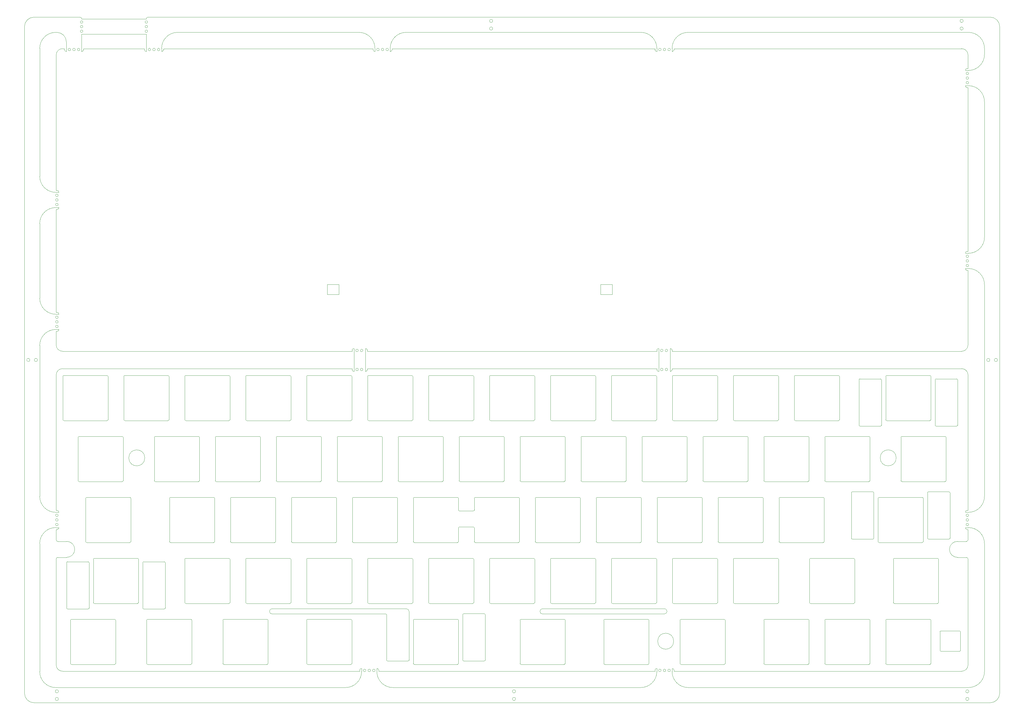
<source format=gbr>
%TF.GenerationSoftware,KiCad,Pcbnew,7.0.1*%
%TF.CreationDate,2025-02-28T05:26:20+09:00*%
%TF.ProjectId,bonyo6x_panel,626f6e79-6f36-4785-9f70-616e656c2e6b,rev?*%
%TF.SameCoordinates,Original*%
%TF.FileFunction,Profile,NP*%
%FSLAX46Y46*%
G04 Gerber Fmt 4.6, Leading zero omitted, Abs format (unit mm)*
G04 Created by KiCad (PCBNEW 7.0.1) date 2025-02-28 05:26:20*
%MOMM*%
%LPD*%
G01*
G04 APERTURE LIST*
%TA.AperFunction,Profile*%
%ADD10C,0.050000*%
%TD*%
%TA.AperFunction,Profile*%
%ADD11C,0.100000*%
%TD*%
%TA.AperFunction,Profile*%
%ADD12C,0.099100*%
%TD*%
%TA.AperFunction,Profile*%
%ADD13C,0.120000*%
%TD*%
G04 APERTURE END LIST*
D10*
X60721926Y-40481284D02*
X60626613Y-40481284D01*
X95487576Y-34528154D02*
X152162632Y-34528154D01*
D11*
X160812602Y-216603298D02*
G75*
G03*
X160512640Y-216303298I-300002J-2D01*
G01*
D10*
X57387544Y-34528154D02*
G75*
G03*
X52387544Y-39528154I-4J-4999996D01*
G01*
X247204895Y-139898555D02*
G75*
G03*
X247204895Y-139898555I-400000J0D01*
G01*
X150614189Y-133350112D02*
X150614189Y-140493868D01*
X182962548Y-193978248D02*
G75*
G03*
X183262548Y-193678242I-48J300048D01*
G01*
X342662792Y-103584492D02*
G75*
G03*
X347662792Y-98584462I8J4999992D01*
G01*
X255031460Y-34528154D02*
X342662792Y-34528154D01*
X57840674Y-89892263D02*
X57527556Y-89892263D01*
X154781380Y-139993868D02*
X154781380Y-139628278D01*
D12*
X340527548Y-234229492D02*
X250626773Y-234229492D01*
D10*
X250031460Y-139993868D02*
X250031460Y-139628278D01*
X202012548Y-193978248D02*
G75*
G03*
X202312548Y-193678242I-48J300048D01*
G01*
X183262458Y-183828242D02*
G75*
G03*
X183562548Y-184128242I300042J42D01*
G01*
X151954815Y-139898555D02*
G75*
G03*
X151954815Y-139898555I-400000J0D01*
G01*
X341709662Y-184547030D02*
X341709662Y-184451717D01*
X57527548Y-189904847D02*
X57527548Y-193128333D01*
X60837678Y-193628842D02*
X58027457Y-193628333D01*
X154781388Y-133850112D02*
G75*
G03*
X154281380Y-133350112I-499988J12D01*
G01*
X90487576Y-40481284D02*
X90582889Y-40481284D01*
X58340674Y-84534446D02*
X58340674Y-84439133D01*
X342704975Y-104525088D02*
G75*
G03*
X342704975Y-104525088I-400000J0D01*
G01*
X50625040Y-29765650D02*
X64984430Y-29765650D01*
X58145361Y-125015730D02*
G75*
G03*
X58145361Y-125015730I-400000J0D01*
G01*
X352425250Y-32765650D02*
G75*
G03*
X349425296Y-29765650I-2999950J50D01*
G01*
X188212458Y-193678242D02*
G75*
G03*
X188512548Y-193978242I300042J42D01*
G01*
X65884430Y-31301589D02*
G75*
G03*
X65884430Y-31301589I-400000J0D01*
G01*
X255031460Y-34528160D02*
G75*
G03*
X250031460Y-39528154I40J-5000040D01*
G01*
X162020449Y-40481249D02*
G75*
G03*
X162520449Y-39981284I51J499949D01*
G01*
D11*
X247650200Y-214703298D02*
X209550168Y-214703298D01*
D10*
X248645521Y-133945425D02*
G75*
G03*
X248645521Y-133945425I-400000J0D01*
G01*
X162520449Y-39616916D02*
X244673643Y-39616916D01*
X86125072Y-31301589D02*
G75*
G03*
X86125072Y-31301589I-400000J0D01*
G01*
X85725072Y-40481284D02*
X85629759Y-40481284D01*
D11*
X167512640Y-231028306D02*
X161112640Y-231028306D01*
D10*
X341709662Y-189309534D02*
X342662792Y-189309534D01*
X65884430Y-32742215D02*
G75*
G03*
X65884430Y-32742215I-400000J0D01*
G01*
X57387544Y-189309534D02*
X58340674Y-189309534D01*
X57527548Y-141628292D02*
X57527548Y-183951717D01*
X157217319Y-233958009D02*
G75*
G03*
X157217319Y-233958009I-400000J0D01*
G01*
D12*
X342527408Y-141628292D02*
G75*
G03*
X340527548Y-139629492I-1999908J-1108D01*
G01*
D10*
X150018876Y-139629492D02*
X59531300Y-139629492D01*
X250031460Y-233362696D02*
X250126773Y-233362696D01*
X58340667Y-84439133D02*
G75*
G03*
X57840674Y-83939133I-499967J33D01*
G01*
X347662766Y-194309534D02*
G75*
G03*
X342662792Y-189309534I-4999966J34D01*
G01*
X333737158Y-227788314D02*
X333737158Y-221818314D01*
D12*
X57527556Y-122039165D02*
X57527556Y-89892263D01*
D10*
X58340674Y-184547030D02*
X57387544Y-184547030D01*
X342527556Y-108942279D02*
X342527556Y-132218116D01*
X245268956Y-133850112D02*
X245268956Y-134215702D01*
D11*
X191312640Y-231028340D02*
G75*
G03*
X191612640Y-230728306I60J299940D01*
G01*
D10*
X85725072Y-30265650D02*
X85725072Y-30360963D01*
X57840674Y-183951717D02*
X57527548Y-183951717D01*
D12*
X150018876Y-134216916D02*
X59527556Y-134216916D01*
D10*
X249436147Y-140493868D02*
X249531460Y-140493868D01*
X245268946Y-39528154D02*
G75*
G03*
X240268956Y-34528154I-4999846J154D01*
G01*
X347662792Y-113346966D02*
X347662792Y-179547030D01*
X86225072Y-29765672D02*
G75*
G03*
X85725072Y-30265650I28J-500028D01*
G01*
X245173643Y-233362643D02*
G75*
G03*
X244673643Y-233862696I57J-500057D01*
G01*
X339213548Y-198628842D02*
X342027457Y-198628333D01*
X245864269Y-133350112D02*
X245768956Y-133350112D01*
X342704975Y-50256292D02*
G75*
G03*
X342704975Y-50256292I-400000J0D01*
G01*
X57840674Y-122039165D02*
X57527556Y-122039165D01*
X341019036Y-33337528D02*
G75*
G03*
X341019036Y-33337528I-500000J0D01*
G01*
X157757945Y-234315826D02*
X157757945Y-233362696D01*
X245268956Y-39528154D02*
X245268956Y-40481284D01*
X188212548Y-180178242D02*
X188212548Y-183828242D01*
X150018876Y-133850112D02*
X150018876Y-134216916D01*
X52387544Y-79534446D02*
X52387544Y-39528154D01*
X340157158Y-221818314D02*
X340157158Y-227788314D01*
X246609582Y-39885971D02*
G75*
G03*
X246609582Y-39885971I-400000J0D01*
G01*
X342704975Y-105965714D02*
G75*
G03*
X342704975Y-105965714I-400000J0D01*
G01*
X244673616Y-39981284D02*
G75*
G03*
X245173643Y-40481284I499984J-16D01*
G01*
X188512548Y-179878248D02*
G75*
G03*
X188212548Y-180178242I-48J-299952D01*
G01*
X59527556Y-39616916D02*
X60126613Y-39616916D01*
X341709662Y-108346966D02*
X342662792Y-108346966D01*
X65484450Y-30265650D02*
G75*
G03*
X64984430Y-29765650I-500050J-50D01*
G01*
X250031474Y-234315826D02*
G75*
G03*
X255031460Y-239315826I5000026J26D01*
G01*
X245768956Y-133350156D02*
G75*
G03*
X245268956Y-133850112I-56J-499944D01*
G01*
X91082889Y-39616916D02*
X156567319Y-39616916D01*
X342209662Y-102989162D02*
G75*
G03*
X341709662Y-103489149I38J-500038D01*
G01*
X58340674Y-84534446D02*
X57387544Y-84534446D01*
X65484430Y-30360963D02*
X85725072Y-30360963D01*
D12*
X342527584Y-41615716D02*
G75*
G03*
X340527556Y-39616916I-1999984J-1184D01*
G01*
D10*
X60126616Y-39981284D02*
G75*
G03*
X60626613Y-40481284I499984J-16D01*
G01*
X58145361Y-186928282D02*
G75*
G03*
X58145361Y-186928282I-400000J0D01*
G01*
X347662834Y-113346966D02*
G75*
G03*
X342662792Y-108346966I-5000034J-34D01*
G01*
X341709662Y-103584462D02*
X341709662Y-103489149D01*
X57840674Y-127992274D02*
G75*
G03*
X58340674Y-127492295I26J499974D01*
G01*
X57840674Y-89892274D02*
G75*
G03*
X58340674Y-89392263I26J499974D01*
G01*
X150614189Y-140493868D02*
X150518876Y-140493868D01*
X49315666Y-136921990D02*
G75*
G03*
X49315666Y-136921990I-500000J0D01*
G01*
D11*
X160512640Y-216303298D02*
X125015722Y-216303298D01*
D10*
X341709662Y-108346966D02*
X341709662Y-108442279D01*
X50625040Y-29765650D02*
G75*
G03*
X47625040Y-32765650I110J-3000110D01*
G01*
X250626804Y-233862696D02*
G75*
G03*
X250126773Y-233362696I-500004J-4D01*
G01*
D12*
X340527556Y-134216856D02*
G75*
G03*
X342527556Y-132218116I-56J2000056D01*
G01*
D10*
X159943884Y-39885971D02*
G75*
G03*
X159943884Y-39885971I-400000J0D01*
G01*
D11*
X320075078Y-167528992D02*
G75*
G03*
X320075078Y-167528992I-2500000J0D01*
G01*
D10*
X333937158Y-221618358D02*
G75*
G03*
X333737158Y-221818314I-58J-199942D01*
G01*
X182962548Y-179878242D02*
X169462548Y-179878242D01*
X87065698Y-39885971D02*
G75*
G03*
X87065698Y-39885971I-400000J0D01*
G01*
X245864269Y-133350112D02*
X245864269Y-140493868D01*
X245268956Y-139993868D02*
X245268956Y-139628278D01*
X60837678Y-198628838D02*
G75*
G03*
X60837678Y-193628842I2J2499998D01*
G01*
X152400128Y-234229492D02*
X59527548Y-234229492D01*
X349425296Y-29765650D02*
X86225072Y-29765650D01*
X58340674Y-122634478D02*
X57387544Y-122634478D01*
D12*
X58027639Y-198628348D02*
G75*
G03*
X57527548Y-199128333I-139J-499952D01*
G01*
D10*
X202312458Y-180178242D02*
G75*
G03*
X202012548Y-179878242I-299958J42D01*
G01*
X188512548Y-193978242D02*
X202012548Y-193978242D01*
X57387544Y-89296950D02*
X58340674Y-89296950D01*
D12*
X342527556Y-41615716D02*
X342527556Y-45839101D01*
D10*
X60126613Y-39981284D02*
X60126613Y-39616916D01*
X162520449Y-39981284D02*
X162520449Y-39616916D01*
X157757874Y-234315826D02*
G75*
G03*
X162757945Y-239315826I5000026J26D01*
G01*
X244673643Y-234229492D02*
X158353258Y-234229492D01*
X342662792Y-103584462D02*
X341709662Y-103584462D01*
X157757945Y-233362696D02*
X157853258Y-233362696D01*
X183562548Y-189128248D02*
G75*
G03*
X183262548Y-189428242I-48J-299952D01*
G01*
X342527556Y-51792231D02*
X342527556Y-102989149D01*
D12*
X57527584Y-132218116D02*
G75*
G03*
X59527556Y-134216916I2000016J1216D01*
G01*
D10*
X85129816Y-39981284D02*
G75*
G03*
X85629759Y-40481284I499984J-16D01*
G01*
X250031460Y-40481284D02*
X250031460Y-39528154D01*
X341709662Y-51196918D02*
X342662792Y-51196918D01*
X245268956Y-233362696D02*
X245173643Y-233362696D01*
X161925136Y-39528154D02*
X161925136Y-40481284D01*
X342027639Y-193628248D02*
G75*
G03*
X342527548Y-193128333I-39J499948D01*
G01*
D11*
X125015722Y-214703302D02*
G75*
G03*
X125015722Y-216303298I78J-799998D01*
G01*
D10*
X250031460Y-139628278D02*
X340527548Y-139629492D01*
X58340674Y-89296950D02*
X58340674Y-89392263D01*
X183562548Y-184128242D02*
X187912548Y-184128242D01*
X188212548Y-189428242D02*
X188212548Y-193678242D01*
X90582889Y-40481289D02*
G75*
G03*
X91082889Y-39981284I11J499989D01*
G01*
X57840674Y-83939133D02*
X57527556Y-83939133D01*
X183262548Y-189428242D02*
X183262548Y-193678242D01*
X152995441Y-233362696D02*
X152900128Y-233362696D01*
X342527498Y-141628292D02*
X342527548Y-183951717D01*
D11*
X209550168Y-216303298D02*
X247650200Y-216303298D01*
D10*
X52387544Y-234315826D02*
X52387544Y-194309534D01*
X52387550Y-179547030D02*
G75*
G03*
X57387544Y-184547030I4999990J-10D01*
G01*
X88506324Y-39885971D02*
G75*
G03*
X88506324Y-39885971I-400000J0D01*
G01*
X342704975Y-185487656D02*
G75*
G03*
X342704975Y-185487656I-400000J0D01*
G01*
X342209662Y-108942279D02*
X342527556Y-108942279D01*
D11*
X184912640Y-216228306D02*
X191312640Y-216228306D01*
D10*
X47624970Y-241078330D02*
G75*
G03*
X50625040Y-244078330I3000030J30D01*
G01*
X58245361Y-242887704D02*
G75*
G03*
X58245361Y-242887704I-500000J0D01*
G01*
X341019036Y-30956276D02*
G75*
G03*
X341019036Y-30956276I-500000J0D01*
G01*
X147995441Y-239315841D02*
G75*
G03*
X152995441Y-234315826I-41J5000041D01*
G01*
X342209662Y-102989149D02*
X342527556Y-102989149D01*
X57387544Y-127396984D02*
G75*
G03*
X52387544Y-132396982I-4J-4999996D01*
G01*
X58145361Y-88356324D02*
G75*
G03*
X58145361Y-88356324I-400000J0D01*
G01*
X86125072Y-32742215D02*
G75*
G03*
X86125072Y-32742215I-400000J0D01*
G01*
X351734670Y-136921990D02*
G75*
G03*
X351734670Y-136921990I-500000J0D01*
G01*
X349353418Y-136921990D02*
G75*
G03*
X349353418Y-136921990I-500000J0D01*
G01*
X250626773Y-39981284D02*
X250626773Y-39616916D01*
X157162646Y-39528154D02*
G75*
G03*
X152162632Y-34528154I-5000046J-46D01*
G01*
X58145361Y-123575104D02*
G75*
G03*
X58145361Y-123575104I-400000J0D01*
G01*
X57527567Y-193128333D02*
G75*
G03*
X58027457Y-193628333I500033J33D01*
G01*
X153395441Y-133945425D02*
G75*
G03*
X153395441Y-133945425I-400000J0D01*
G01*
D12*
X59527556Y-39616856D02*
G75*
G03*
X57527556Y-41615716I44J-2000044D01*
G01*
D11*
X160812640Y-230728306D02*
X160812640Y-216603298D01*
D10*
X250626773Y-233862696D02*
X250626773Y-234229492D01*
X60721926Y-37528154D02*
X60721926Y-40481284D01*
X339957158Y-227988314D02*
X333937158Y-227988314D01*
X250626773Y-39616916D02*
X340527556Y-39616916D01*
X85725072Y-35123467D02*
X85725072Y-40481284D01*
X152995441Y-233362696D02*
X152995441Y-234315826D01*
X58340674Y-184547030D02*
X58340674Y-184451717D01*
X154186067Y-133350112D02*
X154281380Y-133350112D01*
X246609582Y-233958009D02*
G75*
G03*
X246609582Y-233958009I-400000J0D01*
G01*
X153395441Y-139898555D02*
G75*
G03*
X153395441Y-139898555I-400000J0D01*
G01*
D11*
X191612594Y-216528306D02*
G75*
G03*
X191312640Y-216228306I-299994J6D01*
G01*
D10*
X58245361Y-240506452D02*
G75*
G03*
X58245361Y-240506452I-500000J0D01*
G01*
X57387544Y-89296944D02*
G75*
G03*
X52387544Y-94296950I6J-5000006D01*
G01*
X247204895Y-133945425D02*
G75*
G03*
X247204895Y-133945425I-400000J0D01*
G01*
X248050208Y-233958009D02*
G75*
G03*
X248050208Y-233958009I-400000J0D01*
G01*
X158353204Y-233862696D02*
G75*
G03*
X157853258Y-233362696I-499904J96D01*
G01*
X248050208Y-39885971D02*
G75*
G03*
X248050208Y-39885971I-400000J0D01*
G01*
X250031488Y-133850112D02*
G75*
G03*
X249531460Y-133350112I-499988J12D01*
G01*
X156567316Y-39981284D02*
G75*
G03*
X157067319Y-40481284I499984J-16D01*
G01*
X341709669Y-51292231D02*
G75*
G03*
X342209662Y-51792231I500031J31D01*
G01*
X245864269Y-140493868D02*
X245768956Y-140493868D01*
X154336067Y-233958009D02*
G75*
G03*
X154336067Y-233958009I-400000J0D01*
G01*
X62062552Y-39885971D02*
G75*
G03*
X62062552Y-39885971I-400000J0D01*
G01*
X65484430Y-35123467D02*
X85725072Y-35123467D01*
X65579743Y-40481243D02*
G75*
G03*
X66079743Y-39981284I57J499943D01*
G01*
X342704975Y-48815666D02*
G75*
G03*
X342704975Y-48815666I-400000J0D01*
G01*
X183562548Y-189128242D02*
X187912548Y-189128242D01*
X169462548Y-179878248D02*
G75*
G03*
X169162548Y-180178242I-48J-299952D01*
G01*
X244673643Y-233862696D02*
X244673643Y-234229492D01*
D12*
X340527548Y-234229548D02*
G75*
G03*
X342527548Y-232230692I-48J2000048D01*
G01*
D10*
X155776693Y-233958009D02*
G75*
G03*
X155776693Y-233958009I-400000J0D01*
G01*
X64943804Y-39885971D02*
G75*
G03*
X64943804Y-39885971I-400000J0D01*
G01*
X342662792Y-184547030D02*
X341709662Y-184547030D01*
X342209662Y-183951717D02*
G75*
G03*
X341709717Y-184451717I38J-499983D01*
G01*
X154781380Y-134215702D02*
X245268956Y-134215702D01*
D11*
X250526948Y-224830192D02*
G75*
G03*
X250526948Y-224830192I-2500000J0D01*
G01*
D10*
X187912548Y-184128248D02*
G75*
G03*
X188212548Y-183828242I-48J300048D01*
G01*
X249490834Y-233958009D02*
G75*
G03*
X249490834Y-233958009I-400000J0D01*
G01*
X342662792Y-239315792D02*
G75*
G03*
X347662792Y-234315826I8J4999992D01*
G01*
X57527556Y-127992295D02*
X57527556Y-132218116D01*
X342662792Y-46434392D02*
G75*
G03*
X347662792Y-41434414I8J4999992D01*
G01*
X347662782Y-56196918D02*
G75*
G03*
X342662792Y-51196918I-4999982J18D01*
G01*
D11*
X209550168Y-214703302D02*
G75*
G03*
X209550168Y-216303298I32J-799998D01*
G01*
D10*
X347662846Y-39528154D02*
G75*
G03*
X342662792Y-34528154I-5000046J-46D01*
G01*
X52387544Y-117634478D02*
X52387544Y-94296950D01*
X154186067Y-133350112D02*
X154186067Y-140493868D01*
X342527548Y-193128333D02*
X342527548Y-189904847D01*
X151954815Y-133945425D02*
G75*
G03*
X151954815Y-133945425I-400000J0D01*
G01*
X150614189Y-133350112D02*
X150518876Y-133350112D01*
X152400128Y-233862696D02*
X152400128Y-234229492D01*
X150018876Y-139993868D02*
X150018876Y-139629492D01*
X249436147Y-133350112D02*
X249436147Y-140493868D01*
X240268956Y-239315826D02*
X162757945Y-239315826D01*
X161925136Y-40481284D02*
X162020449Y-40481284D01*
X58145361Y-188368908D02*
G75*
G03*
X58145361Y-188368908I-400000J0D01*
G01*
X66079743Y-39981284D02*
X66079743Y-39616916D01*
X250031460Y-134215702D02*
X340527556Y-134216916D01*
D12*
X57527548Y-232230692D02*
X57527548Y-199128333D01*
D10*
X193976725Y-30956276D02*
G75*
G03*
X193976725Y-30956276I-500000J0D01*
G01*
X340157186Y-221818314D02*
G75*
G03*
X339957158Y-221618314I-199986J14D01*
G01*
D11*
X184912640Y-216228340D02*
G75*
G03*
X184612640Y-216528306I60J-300060D01*
G01*
D10*
X347662792Y-194309534D02*
X347662792Y-234315826D01*
D11*
X191612640Y-216528306D02*
X191612640Y-230728306D01*
D10*
X245268956Y-233362696D02*
X245268956Y-234315826D01*
X341709621Y-108442279D02*
G75*
G03*
X342209662Y-108942279I500079J79D01*
G01*
X60837678Y-198628842D02*
X58027639Y-198628333D01*
D11*
X184612640Y-230728306D02*
X184612640Y-216528306D01*
D10*
X250126773Y-40481273D02*
G75*
G03*
X250626773Y-39981284I27J499973D01*
G01*
X333937158Y-221618314D02*
X339957158Y-221618314D01*
X249490834Y-39885971D02*
G75*
G03*
X249490834Y-39885971I-400000J0D01*
G01*
X65484430Y-35123467D02*
X65484430Y-40481284D01*
X341709662Y-46434414D02*
X341709662Y-46339101D01*
X65884430Y-34182841D02*
G75*
G03*
X65884430Y-34182841I-400000J0D01*
G01*
X183262458Y-180178242D02*
G75*
G03*
X182962548Y-179878242I-299958J42D01*
G01*
X86125072Y-34182841D02*
G75*
G03*
X86125072Y-34182841I-400000J0D01*
G01*
D11*
X167512640Y-231028340D02*
G75*
G03*
X167812640Y-230728306I60J299940D01*
G01*
X191312640Y-231028306D02*
X184912640Y-231028306D01*
D10*
X202312548Y-193678242D02*
X202312548Y-180178242D01*
X161384510Y-39885971D02*
G75*
G03*
X161384510Y-39885971I-400000J0D01*
G01*
X342209662Y-189904847D02*
X342527548Y-189904847D01*
X249531460Y-140493860D02*
G75*
G03*
X250031460Y-139993868I40J499960D01*
G01*
X342704975Y-188368908D02*
G75*
G03*
X342704975Y-188368908I-400000J0D01*
G01*
X150518876Y-133350076D02*
G75*
G03*
X150018876Y-133850112I24J-500024D01*
G01*
X57387544Y-189309534D02*
G75*
G03*
X52387544Y-194309534I-4J-4999996D01*
G01*
X244673643Y-39981284D02*
X244673643Y-39616916D01*
X245269032Y-139993868D02*
G75*
G03*
X245768956Y-140493868I500068J68D01*
G01*
X65484430Y-30265650D02*
X65484430Y-30360963D01*
X51696918Y-136921990D02*
G75*
G03*
X51696918Y-136921990I-500000J0D01*
G01*
X57840674Y-127992295D02*
X57527556Y-127992295D01*
X183262548Y-183828242D02*
X183262548Y-180178242D01*
D11*
X184612594Y-230728306D02*
G75*
G03*
X184912640Y-231028306I300006J6D01*
G01*
D10*
X52387544Y-234315826D02*
G75*
G03*
X57387544Y-239315826I4999996J-4D01*
G01*
X342704975Y-47375040D02*
G75*
G03*
X342704975Y-47375040I-400000J0D01*
G01*
X85129759Y-39981284D02*
X85129759Y-39616916D01*
D11*
X167812602Y-215503298D02*
G75*
G03*
X167012640Y-214703298I-800002J-2D01*
G01*
D10*
X52387542Y-117634478D02*
G75*
G03*
X57387544Y-122634478I4999998J-2D01*
G01*
X169162458Y-193678242D02*
G75*
G03*
X169462548Y-193978242I300042J42D01*
G01*
X342662792Y-239315826D02*
X255031460Y-239315826D01*
X245268956Y-40481284D02*
X245173643Y-40481284D01*
X58145361Y-185487656D02*
G75*
G03*
X58145361Y-185487656I-400000J0D01*
G01*
D12*
X57527508Y-232230692D02*
G75*
G03*
X59527548Y-234229492I1999992J1192D01*
G01*
D10*
X347662792Y-56196918D02*
X347662792Y-98584462D01*
X341709662Y-51196918D02*
X341709662Y-51292231D01*
X158503258Y-39885971D02*
G75*
G03*
X158503258Y-39885971I-400000J0D01*
G01*
X169462548Y-193978242D02*
X182962548Y-193978242D01*
X157162632Y-40481284D02*
X157067319Y-40481284D01*
X150018832Y-139993868D02*
G75*
G03*
X150518876Y-140493868I500068J68D01*
G01*
X156567319Y-39981284D02*
X156567319Y-39616916D01*
X333737186Y-227788314D02*
G75*
G03*
X333937158Y-227988314I200014J14D01*
G01*
D11*
X167812640Y-215503298D02*
X167812640Y-230728306D01*
D10*
X58340735Y-122539165D02*
G75*
G03*
X57840674Y-122039165I-500035J-35D01*
G01*
X90487576Y-39528154D02*
X90487576Y-40481284D01*
X188212458Y-189428242D02*
G75*
G03*
X187912548Y-189128242I-299958J42D01*
G01*
X58145361Y-126456356D02*
G75*
G03*
X58145361Y-126456356I-400000J0D01*
G01*
X201120481Y-240506452D02*
G75*
G03*
X201120481Y-240506452I-500000J0D01*
G01*
X339213548Y-193628842D02*
X342027639Y-193628333D01*
D12*
X59527548Y-139629548D02*
G75*
G03*
X57527548Y-141628292I-48J-1999952D01*
G01*
D10*
X342804975Y-242887704D02*
G75*
G03*
X342804975Y-242887704I-500000J0D01*
G01*
X342209662Y-183951717D02*
X342527548Y-183951717D01*
X341709653Y-189404847D02*
G75*
G03*
X342209662Y-189904847I500047J47D01*
G01*
X339213548Y-193628758D02*
G75*
G03*
X339213548Y-198628842I-48J-2500042D01*
G01*
X57527556Y-83939133D02*
X57527556Y-41615716D01*
X339957158Y-227988358D02*
G75*
G03*
X340157158Y-227788314I-58J200058D01*
G01*
X58340674Y-127396982D02*
X58340674Y-127492295D01*
X250031460Y-40481284D02*
X250126773Y-40481284D01*
D12*
X342527567Y-199128333D02*
G75*
G03*
X342027457Y-198628333I-499967J33D01*
G01*
D10*
X342662792Y-184546992D02*
G75*
G03*
X347662792Y-179547030I8J4999992D01*
G01*
X154781380Y-139628278D02*
X245268956Y-139628278D01*
X248645521Y-139898555D02*
G75*
G03*
X248645521Y-139898555I-400000J0D01*
G01*
X342209662Y-51792231D02*
X342527556Y-51792231D01*
X58340674Y-189309534D02*
X58340674Y-189404847D01*
X166925136Y-34528236D02*
G75*
G03*
X161925136Y-39528154I64J-5000064D01*
G01*
X57387544Y-127396982D02*
X58340674Y-127396982D01*
X52387544Y-79534446D02*
G75*
G03*
X57387544Y-84534446I4999996J-4D01*
G01*
X347662792Y-39528154D02*
X347662792Y-41434414D01*
X95487576Y-34528176D02*
G75*
G03*
X90487576Y-39528154I24J-5000024D01*
G01*
D12*
X342527548Y-199128333D02*
X342527548Y-232230692D01*
D10*
X240268956Y-239315756D02*
G75*
G03*
X245268956Y-234315826I44J4999956D01*
G01*
X349425296Y-244078396D02*
G75*
G03*
X352425296Y-241078330I-96J3000096D01*
G01*
X58145361Y-86915698D02*
G75*
G03*
X58145361Y-86915698I-400000J0D01*
G01*
X154781380Y-133850112D02*
X154781380Y-134215702D01*
X342662792Y-46434414D02*
X341709662Y-46434414D01*
X58340674Y-122634478D02*
X58340674Y-122539165D01*
X157162632Y-39528154D02*
X157162632Y-40481284D01*
X57387544Y-34528154D02*
X57721926Y-34528154D01*
X193976725Y-33337528D02*
G75*
G03*
X193976725Y-33337528I-500000J0D01*
G01*
X342704975Y-186928282D02*
G75*
G03*
X342704975Y-186928282I-400000J0D01*
G01*
X342704975Y-107406340D02*
G75*
G03*
X342704975Y-107406340I-400000J0D01*
G01*
X58145361Y-85475072D02*
G75*
G03*
X58145361Y-85475072I-400000J0D01*
G01*
X341709662Y-189309534D02*
X341709662Y-189404847D01*
X52387544Y-179547030D02*
X52387544Y-132396982D01*
X250031460Y-234315826D02*
X250031460Y-233362696D01*
X65484430Y-40481284D02*
X65579743Y-40481284D01*
X166925136Y-34528154D02*
X240268956Y-34528154D01*
X147995441Y-239315826D02*
X57387544Y-239315826D01*
X249436147Y-133350112D02*
X249531460Y-133350112D01*
X63503178Y-39885971D02*
G75*
G03*
X63503178Y-39885971I-400000J0D01*
G01*
X57840674Y-189904774D02*
G75*
G03*
X58340674Y-189404847I26J499974D01*
G01*
X60721946Y-37528154D02*
G75*
G03*
X57721926Y-34528154I-3000046J-46D01*
G01*
X58340683Y-184451717D02*
G75*
G03*
X57840674Y-183951717I-499983J17D01*
G01*
X169162548Y-180178242D02*
X169162548Y-193678242D01*
D11*
X85225778Y-167528992D02*
G75*
G03*
X85225778Y-167528992I-2500000J0D01*
G01*
D12*
X85129759Y-39616916D02*
X66079743Y-39616916D01*
D11*
X160812594Y-230728306D02*
G75*
G03*
X161112640Y-231028306I300006J6D01*
G01*
D10*
X202012548Y-179878242D02*
X188512548Y-179878242D01*
X91082889Y-39981284D02*
X91082889Y-39616916D01*
D11*
X125015722Y-214703298D02*
X167012640Y-214703298D01*
D10*
X152900128Y-233362728D02*
G75*
G03*
X152400128Y-233862696I-28J-499972D01*
G01*
X342209662Y-45839101D02*
X342527556Y-45839101D01*
X250031460Y-133850112D02*
X250031460Y-134215702D01*
X352425296Y-241078330D02*
X352425296Y-32765650D01*
D11*
X247650200Y-216303302D02*
G75*
G03*
X247650200Y-214703298I100J800002D01*
G01*
D10*
X89946950Y-39885971D02*
G75*
G03*
X89946950Y-39885971I-400000J0D01*
G01*
X342209662Y-45839162D02*
G75*
G03*
X341709662Y-46339101I-62J-499938D01*
G01*
X342804975Y-240506452D02*
G75*
G03*
X342804975Y-240506452I-500000J0D01*
G01*
X154281380Y-140493880D02*
G75*
G03*
X154781380Y-139993868I20J499980D01*
G01*
X47625040Y-32765650D02*
X47625040Y-241078330D01*
X154186067Y-140493868D02*
X154281380Y-140493868D01*
X201120481Y-242887704D02*
G75*
G03*
X201120481Y-242887704I-500000J0D01*
G01*
X57840674Y-189904847D02*
X57527548Y-189904847D01*
X158353258Y-233862696D02*
X158353258Y-234229492D01*
X50625040Y-244078330D02*
X349425296Y-244078330D01*
%TO.C,SW51*%
X250125216Y-212728298D02*
X250125216Y-199228298D01*
X250425216Y-198928298D02*
X263925216Y-198928298D01*
X263925216Y-213028298D02*
X250425216Y-213028298D01*
X264225216Y-199228298D02*
X264225216Y-212728298D01*
X250425216Y-198928298D02*
G75*
G03*
X250125216Y-199228298I0J-300000D01*
G01*
X250125216Y-212728298D02*
G75*
G03*
X250425216Y-213028298I300000J0D01*
G01*
X264225216Y-199228298D02*
G75*
G03*
X263925216Y-198928298I-300000J0D01*
G01*
X263925216Y-213028298D02*
G75*
G03*
X264225216Y-212728298I0J300000D01*
G01*
%TO.C,SW42*%
X60800064Y-214478242D02*
X60800064Y-200278242D01*
X61100064Y-199978242D02*
X67500064Y-199978242D01*
X67500064Y-214778242D02*
X61100064Y-214778242D01*
X67800064Y-200278242D02*
X67800064Y-214478242D01*
X69150064Y-212728242D02*
X69150064Y-199228242D01*
X69450064Y-198928242D02*
X82950064Y-198928242D01*
X82950064Y-213028242D02*
X69450064Y-213028242D01*
X83250064Y-199228242D02*
X83250064Y-212728242D01*
X84600064Y-200278242D02*
X84600064Y-214478242D01*
X84900064Y-214778242D02*
X91300064Y-214778242D01*
X91300064Y-199978242D02*
X84900064Y-199978242D01*
X91600064Y-214478242D02*
X91600064Y-200278242D01*
X61100064Y-199978242D02*
G75*
G03*
X60800064Y-200278242I0J-300000D01*
G01*
X60800064Y-214478242D02*
G75*
G03*
X61100064Y-214778242I300000J0D01*
G01*
X67800064Y-200278242D02*
G75*
G03*
X67500064Y-199978242I-300000J0D01*
G01*
X67500064Y-214778242D02*
G75*
G03*
X67800064Y-214478242I0J300000D01*
G01*
X69450064Y-198928242D02*
G75*
G03*
X69150064Y-199228242I0J-300000D01*
G01*
X69150064Y-212728242D02*
G75*
G03*
X69450064Y-213028242I300000J0D01*
G01*
X83250064Y-199228242D02*
G75*
G03*
X82950064Y-198928242I-300000J0D01*
G01*
X82950064Y-213028242D02*
G75*
G03*
X83250064Y-212728242I0J300000D01*
G01*
X84900064Y-199978242D02*
G75*
G03*
X84600064Y-200278242I0J-300000D01*
G01*
X84600064Y-214478242D02*
G75*
G03*
X84900064Y-214778242I300000J0D01*
G01*
X91600064Y-200278242D02*
G75*
G03*
X91300064Y-199978242I-300000J0D01*
G01*
X91300064Y-214778242D02*
G75*
G03*
X91600064Y-214478242I0J300000D01*
G01*
%TO.C,SW62*%
X252506460Y-231778306D02*
X252506460Y-218278306D01*
X252806460Y-217978306D02*
X266306460Y-217978306D01*
X266306460Y-232078306D02*
X252806460Y-232078306D01*
X266606460Y-218278306D02*
X266606460Y-231778306D01*
X252806460Y-217978306D02*
G75*
G03*
X252506460Y-218278306I0J-300000D01*
G01*
X252506460Y-231778306D02*
G75*
G03*
X252806460Y-232078306I300000J0D01*
G01*
X266606460Y-218278306D02*
G75*
G03*
X266306460Y-217978306I-300000J0D01*
G01*
X266306460Y-232078306D02*
G75*
G03*
X266606460Y-231778306I0J300000D01*
G01*
%TO.C,SW15*%
X64387548Y-174628242D02*
X64387548Y-161128242D01*
X64687548Y-160828242D02*
X78187548Y-160828242D01*
X78187548Y-174928242D02*
X64687548Y-174928242D01*
X78487548Y-161128242D02*
X78487548Y-174628242D01*
X64687548Y-160828242D02*
G75*
G03*
X64387548Y-161128242I0J-300000D01*
G01*
X64387548Y-174628242D02*
G75*
G03*
X64687548Y-174928242I300000J0D01*
G01*
X78487548Y-161128242D02*
G75*
G03*
X78187548Y-160828242I-300000J0D01*
G01*
X78187548Y-174928242D02*
G75*
G03*
X78487548Y-174628242I0J300000D01*
G01*
%TO.C,SW28*%
X335662548Y-161128242D02*
X335662548Y-174628242D01*
X335362548Y-174928242D02*
X321862548Y-174928242D01*
X321862548Y-160828242D02*
X335362548Y-160828242D01*
X321562548Y-174628242D02*
X321562548Y-161128242D01*
X335362548Y-174928242D02*
G75*
G03*
X335662548Y-174628242I0J300000D01*
G01*
X335662548Y-161128242D02*
G75*
G03*
X335362548Y-160828242I-300000J0D01*
G01*
X321562548Y-174628242D02*
G75*
G03*
X321862548Y-174928242I300000J0D01*
G01*
X321862548Y-160828242D02*
G75*
G03*
X321562548Y-161128242I0J-300000D01*
G01*
%TO.C,SW18*%
X126300048Y-174628242D02*
X126300048Y-161128242D01*
X126600048Y-160828242D02*
X140100048Y-160828242D01*
X140100048Y-174928242D02*
X126600048Y-174928242D01*
X140400048Y-161128242D02*
X140400048Y-174628242D01*
X126600048Y-160828242D02*
G75*
G03*
X126300048Y-161128242I0J-300000D01*
G01*
X126300048Y-174628242D02*
G75*
G03*
X126600048Y-174928242I300000J0D01*
G01*
X140400048Y-161128242D02*
G75*
G03*
X140100048Y-160828242I-300000J0D01*
G01*
X140100048Y-174928242D02*
G75*
G03*
X140400048Y-174628242I0J300000D01*
G01*
%TO.C,SW40*%
X283462548Y-193678242D02*
X283462548Y-180178242D01*
X283762548Y-179878242D02*
X297262548Y-179878242D01*
X297262548Y-193978242D02*
X283762548Y-193978242D01*
X297562548Y-180178242D02*
X297562548Y-193678242D01*
X283762548Y-179878242D02*
G75*
G03*
X283462548Y-180178242I0J-300000D01*
G01*
X283462548Y-193678242D02*
G75*
G03*
X283762548Y-193978242I300000J0D01*
G01*
X297562548Y-180178242D02*
G75*
G03*
X297262548Y-179878242I-300000J0D01*
G01*
X297262548Y-193978242D02*
G75*
G03*
X297562548Y-193678242I0J300000D01*
G01*
%TO.C,SW54*%
X319181298Y-212728242D02*
X319181298Y-199228242D01*
X319481298Y-198928242D02*
X332981298Y-198928242D01*
X332981298Y-213028242D02*
X319481298Y-213028242D01*
X333281298Y-199228242D02*
X333281298Y-212728242D01*
X319481298Y-198928242D02*
G75*
G03*
X319181298Y-199228242I0J-300000D01*
G01*
X319181298Y-212728242D02*
G75*
G03*
X319481298Y-213028242I300000J0D01*
G01*
X333281298Y-199228242D02*
G75*
G03*
X332981298Y-198928242I-300000J0D01*
G01*
X332981298Y-213028242D02*
G75*
G03*
X333281298Y-212728242I0J300000D01*
G01*
%TO.C,SW22*%
X202500048Y-174628242D02*
X202500048Y-161128242D01*
X202800048Y-160828242D02*
X216300048Y-160828242D01*
X216300048Y-174928242D02*
X202800048Y-174928242D01*
X216600048Y-161128242D02*
X216600048Y-174628242D01*
X202800048Y-160828242D02*
G75*
G03*
X202500048Y-161128242I0J-300000D01*
G01*
X202500048Y-174628242D02*
G75*
G03*
X202800048Y-174928242I300000J0D01*
G01*
X216600048Y-161128242D02*
G75*
G03*
X216300048Y-160828242I-300000J0D01*
G01*
X216300048Y-174928242D02*
G75*
G03*
X216600048Y-174628242I0J300000D01*
G01*
%TO.C,SW7*%
X173925048Y-155578242D02*
X173925048Y-142078242D01*
X174225048Y-141778242D02*
X187725048Y-141778242D01*
X187725048Y-155878242D02*
X174225048Y-155878242D01*
X188025048Y-142078242D02*
X188025048Y-155578242D01*
X174225048Y-141778242D02*
G75*
G03*
X173925048Y-142078242I0J-300000D01*
G01*
X173925048Y-155578242D02*
G75*
G03*
X174225048Y-155878242I300000J0D01*
G01*
X188025048Y-142078242D02*
G75*
G03*
X187725048Y-141778242I-300000J0D01*
G01*
X187725048Y-155878242D02*
G75*
G03*
X188025048Y-155578242I0J300000D01*
G01*
%TO.C,SW45*%
X135825120Y-212728242D02*
X135825120Y-199228242D01*
X136125120Y-198928242D02*
X149625120Y-198928242D01*
X149625120Y-213028242D02*
X136125120Y-213028242D01*
X149925120Y-199228242D02*
X149925120Y-212728242D01*
X136125120Y-198928242D02*
G75*
G03*
X135825120Y-199228242I0J-300000D01*
G01*
X135825120Y-212728242D02*
G75*
G03*
X136125120Y-213028242I300000J0D01*
G01*
X149925120Y-199228242D02*
G75*
G03*
X149625120Y-198928242I-300000J0D01*
G01*
X149625120Y-213028242D02*
G75*
G03*
X149925120Y-212728242I0J300000D01*
G01*
%TO.C,SW50*%
X231075200Y-212728298D02*
X231075200Y-199228298D01*
X231375200Y-198928298D02*
X244875200Y-198928298D01*
X244875200Y-213028298D02*
X231375200Y-213028298D01*
X245175200Y-199228298D02*
X245175200Y-212728298D01*
X231375200Y-198928298D02*
G75*
G03*
X231075200Y-199228298I0J-300000D01*
G01*
X231075200Y-212728298D02*
G75*
G03*
X231375200Y-213028298I300000J0D01*
G01*
X245175200Y-199228298D02*
G75*
G03*
X244875200Y-198928298I-300000J0D01*
G01*
X244875200Y-213028298D02*
G75*
G03*
X245175200Y-212728298I0J300000D01*
G01*
%TO.C,SW8*%
X192975048Y-155578242D02*
X192975048Y-142078242D01*
X193275048Y-141778242D02*
X206775048Y-141778242D01*
X206775048Y-155878242D02*
X193275048Y-155878242D01*
X207075048Y-142078242D02*
X207075048Y-155578242D01*
X193275048Y-141778242D02*
G75*
G03*
X192975048Y-142078242I0J-300000D01*
G01*
X192975048Y-155578242D02*
G75*
G03*
X193275048Y-155878242I300000J0D01*
G01*
X207075048Y-142078242D02*
G75*
G03*
X206775048Y-141778242I-300000J0D01*
G01*
X206775048Y-155878242D02*
G75*
G03*
X207075048Y-155578242I0J300000D01*
G01*
%TO.C,SW21*%
X183450048Y-174628242D02*
X183450048Y-161128242D01*
X183750048Y-160828242D02*
X197250048Y-160828242D01*
X197250048Y-174928242D02*
X183750048Y-174928242D01*
X197550048Y-161128242D02*
X197550048Y-174628242D01*
X183750048Y-160828242D02*
G75*
G03*
X183450048Y-161128242I0J-300000D01*
G01*
X183450048Y-174628242D02*
G75*
G03*
X183750048Y-174928242I300000J0D01*
G01*
X197550048Y-161128242D02*
G75*
G03*
X197250048Y-160828242I-300000J0D01*
G01*
X197250048Y-174928242D02*
G75*
G03*
X197550048Y-174628242I0J300000D01*
G01*
%TO.C,SW14*%
X308450048Y-157328242D02*
X308450048Y-143128242D01*
X308750048Y-142828242D02*
X315150048Y-142828242D01*
X315150048Y-157628242D02*
X308750048Y-157628242D01*
X315450048Y-143128242D02*
X315450048Y-157328242D01*
X316800048Y-155578242D02*
X316800048Y-142078242D01*
X317100048Y-141778242D02*
X330600048Y-141778242D01*
X330600048Y-155878242D02*
X317100048Y-155878242D01*
X330900048Y-142078242D02*
X330900048Y-155578242D01*
X332250048Y-143128242D02*
X332250048Y-157328242D01*
X332550048Y-157628242D02*
X338950048Y-157628242D01*
X338950048Y-142828242D02*
X332550048Y-142828242D01*
X339250048Y-157328242D02*
X339250048Y-143128242D01*
X308750048Y-142828242D02*
G75*
G03*
X308450048Y-143128242I0J-300000D01*
G01*
X308450048Y-157328242D02*
G75*
G03*
X308750048Y-157628242I300000J0D01*
G01*
X315450048Y-143128242D02*
G75*
G03*
X315150048Y-142828242I-300000J0D01*
G01*
X315150048Y-157628242D02*
G75*
G03*
X315450048Y-157328242I0J300000D01*
G01*
X317100048Y-141778242D02*
G75*
G03*
X316800048Y-142078242I0J-300000D01*
G01*
X316800048Y-155578242D02*
G75*
G03*
X317100048Y-155878242I300000J0D01*
G01*
X330900048Y-142078242D02*
G75*
G03*
X330600048Y-141778242I-300000J0D01*
G01*
X330600048Y-155878242D02*
G75*
G03*
X330900048Y-155578242I0J300000D01*
G01*
X332550048Y-142828242D02*
G75*
G03*
X332250048Y-143128242I0J-300000D01*
G01*
X332250048Y-157328242D02*
G75*
G03*
X332550048Y-157628242I300000J0D01*
G01*
X339250048Y-143128242D02*
G75*
G03*
X338950048Y-142828242I-300000J0D01*
G01*
X338950048Y-157628242D02*
G75*
G03*
X339250048Y-157328242I0J300000D01*
G01*
%TO.C,SW43*%
X97725088Y-212728298D02*
X97725088Y-199228298D01*
X98025088Y-198928298D02*
X111525088Y-198928298D01*
X111525088Y-213028298D02*
X98025088Y-213028298D01*
X111825088Y-199228298D02*
X111825088Y-212728298D01*
X98025088Y-198928298D02*
G75*
G03*
X97725088Y-199228298I0J-300000D01*
G01*
X97725088Y-212728298D02*
G75*
G03*
X98025088Y-213028298I300000J0D01*
G01*
X111825088Y-199228298D02*
G75*
G03*
X111525088Y-198928298I-300000J0D01*
G01*
X111525088Y-213028298D02*
G75*
G03*
X111825088Y-212728298I0J300000D01*
G01*
%TO.C,SW11*%
X250125048Y-155578242D02*
X250125048Y-142078242D01*
X250425048Y-141778242D02*
X263925048Y-141778242D01*
X263925048Y-155878242D02*
X250425048Y-155878242D01*
X264225048Y-142078242D02*
X264225048Y-155578242D01*
X250425048Y-141778242D02*
G75*
G03*
X250125048Y-142078242I0J-300000D01*
G01*
X250125048Y-155578242D02*
G75*
G03*
X250425048Y-155878242I300000J0D01*
G01*
X264225048Y-142078242D02*
G75*
G03*
X263925048Y-141778242I-300000J0D01*
G01*
X263925048Y-155878242D02*
G75*
G03*
X264225048Y-155578242I0J300000D01*
G01*
%TO.C,SW6*%
X154875048Y-155578242D02*
X154875048Y-142078242D01*
X155175048Y-141778242D02*
X168675048Y-141778242D01*
X168675048Y-155878242D02*
X155175048Y-155878242D01*
X168975048Y-142078242D02*
X168975048Y-155578242D01*
X155175048Y-141778242D02*
G75*
G03*
X154875048Y-142078242I0J-300000D01*
G01*
X154875048Y-155578242D02*
G75*
G03*
X155175048Y-155878242I300000J0D01*
G01*
X168975048Y-142078242D02*
G75*
G03*
X168675048Y-141778242I-300000J0D01*
G01*
X168675048Y-155878242D02*
G75*
G03*
X168975048Y-155578242I0J300000D01*
G01*
%TO.C,SW60*%
X202500168Y-231778306D02*
X202500168Y-218278306D01*
X202800168Y-217978306D02*
X216300168Y-217978306D01*
X216300168Y-232078306D02*
X202800168Y-232078306D01*
X216600168Y-218278306D02*
X216600168Y-231778306D01*
X202800168Y-217978306D02*
G75*
G03*
X202500168Y-218278306I0J-300000D01*
G01*
X202500168Y-231778306D02*
G75*
G03*
X202800168Y-232078306I300000J0D01*
G01*
X216600168Y-218278306D02*
G75*
G03*
X216300168Y-217978306I-300000J0D01*
G01*
X216300168Y-232078306D02*
G75*
G03*
X216600168Y-231778306I0J300000D01*
G01*
%TO.C,SW13*%
X288225048Y-155578242D02*
X288225048Y-142078242D01*
X288525048Y-141778242D02*
X302025048Y-141778242D01*
X302025048Y-155878242D02*
X288525048Y-155878242D01*
X302325048Y-142078242D02*
X302325048Y-155578242D01*
X288525048Y-141778242D02*
G75*
G03*
X288225048Y-142078242I0J-300000D01*
G01*
X288225048Y-155578242D02*
G75*
G03*
X288525048Y-155878242I300000J0D01*
G01*
X302325048Y-142078242D02*
G75*
G03*
X302025048Y-141778242I-300000J0D01*
G01*
X302025048Y-155878242D02*
G75*
G03*
X302325048Y-155578242I0J300000D01*
G01*
%TO.C,SW52*%
X269175232Y-212728242D02*
X269175232Y-199228242D01*
X269475232Y-198928242D02*
X282975232Y-198928242D01*
X282975232Y-213028242D02*
X269475232Y-213028242D01*
X283275232Y-199228242D02*
X283275232Y-212728242D01*
X269475232Y-198928242D02*
G75*
G03*
X269175232Y-199228242I0J-300000D01*
G01*
X269175232Y-212728242D02*
G75*
G03*
X269475232Y-213028242I300000J0D01*
G01*
X283275232Y-199228242D02*
G75*
G03*
X282975232Y-198928242I-300000J0D01*
G01*
X282975232Y-213028242D02*
G75*
G03*
X283275232Y-212728242I0J300000D01*
G01*
%TO.C,SW49*%
X212025184Y-212728298D02*
X212025184Y-199228298D01*
X212325184Y-198928298D02*
X225825184Y-198928298D01*
X225825184Y-213028298D02*
X212325184Y-213028298D01*
X226125184Y-199228298D02*
X226125184Y-212728298D01*
X212325184Y-198928298D02*
G75*
G03*
X212025184Y-199228298I0J-300000D01*
G01*
X212025184Y-212728298D02*
G75*
G03*
X212325184Y-213028298I300000J0D01*
G01*
X226125184Y-199228298D02*
G75*
G03*
X225825184Y-198928298I-300000J0D01*
G01*
X225825184Y-213028298D02*
G75*
G03*
X226125184Y-212728298I0J300000D01*
G01*
%TO.C,SW23*%
X221550048Y-174628242D02*
X221550048Y-161128242D01*
X221850048Y-160828242D02*
X235350048Y-160828242D01*
X235350048Y-174928242D02*
X221850048Y-174928242D01*
X235650048Y-161128242D02*
X235650048Y-174628242D01*
X221850048Y-160828242D02*
G75*
G03*
X221550048Y-161128242I0J-300000D01*
G01*
X221550048Y-174628242D02*
G75*
G03*
X221850048Y-174928242I300000J0D01*
G01*
X235650048Y-161128242D02*
G75*
G03*
X235350048Y-160828242I-300000J0D01*
G01*
X235350048Y-174928242D02*
G75*
G03*
X235650048Y-174628242I0J300000D01*
G01*
%TO.C,SW9*%
X212025048Y-155578242D02*
X212025048Y-142078242D01*
X212325048Y-141778242D02*
X225825048Y-141778242D01*
X225825048Y-155878242D02*
X212325048Y-155878242D01*
X226125048Y-142078242D02*
X226125048Y-155578242D01*
X212325048Y-141778242D02*
G75*
G03*
X212025048Y-142078242I0J-300000D01*
G01*
X212025048Y-155578242D02*
G75*
G03*
X212325048Y-155878242I300000J0D01*
G01*
X226125048Y-142078242D02*
G75*
G03*
X225825048Y-141778242I-300000J0D01*
G01*
X225825048Y-155878242D02*
G75*
G03*
X226125048Y-155578242I0J300000D01*
G01*
%TO.C,SW37*%
X226312548Y-193678242D02*
X226312548Y-180178242D01*
X226612548Y-179878242D02*
X240112548Y-179878242D01*
X240112548Y-193978242D02*
X226612548Y-193978242D01*
X240412548Y-180178242D02*
X240412548Y-193678242D01*
X226612548Y-179878242D02*
G75*
G03*
X226312548Y-180178242I0J-300000D01*
G01*
X226312548Y-193678242D02*
G75*
G03*
X226612548Y-193978242I300000J0D01*
G01*
X240412548Y-180178242D02*
G75*
G03*
X240112548Y-179878242I-300000J0D01*
G01*
X240112548Y-193978242D02*
G75*
G03*
X240412548Y-193678242I0J300000D01*
G01*
%TO.C,SW2*%
X92775048Y-142078242D02*
X92775048Y-155578242D01*
X92475048Y-155878242D02*
X78975048Y-155878242D01*
X78975048Y-141778242D02*
X92475048Y-141778242D01*
X78675048Y-155578242D02*
X78675048Y-142078242D01*
X92475048Y-155878242D02*
G75*
G03*
X92775048Y-155578242I0J300000D01*
G01*
X92775048Y-142078242D02*
G75*
G03*
X92475048Y-141778242I-300000J0D01*
G01*
X78675048Y-155578242D02*
G75*
G03*
X78975048Y-155878242I300000J0D01*
G01*
X78975048Y-141778242D02*
G75*
G03*
X78675048Y-142078242I0J-300000D01*
G01*
%TO.C,SW4*%
X116775048Y-155578242D02*
X116775048Y-142078242D01*
X117075048Y-141778242D02*
X130575048Y-141778242D01*
X130575048Y-155878242D02*
X117075048Y-155878242D01*
X130875048Y-142078242D02*
X130875048Y-155578242D01*
X117075048Y-141778242D02*
G75*
G03*
X116775048Y-142078242I0J-300000D01*
G01*
X116775048Y-155578242D02*
G75*
G03*
X117075048Y-155878242I300000J0D01*
G01*
X130875048Y-142078242D02*
G75*
G03*
X130575048Y-141778242I-300000J0D01*
G01*
X130575048Y-155878242D02*
G75*
G03*
X130875048Y-155578242I0J300000D01*
G01*
%TO.C,SW53*%
X292987548Y-212728242D02*
X292987548Y-199228242D01*
X293287548Y-198928242D02*
X306787548Y-198928242D01*
X306787548Y-213028242D02*
X293287548Y-213028242D01*
X307087548Y-199228242D02*
X307087548Y-212728242D01*
X293287548Y-198928242D02*
G75*
G03*
X292987548Y-199228242I0J-300000D01*
G01*
X292987548Y-212728242D02*
G75*
G03*
X293287548Y-213028242I300000J0D01*
G01*
X307087548Y-199228242D02*
G75*
G03*
X306787548Y-198928242I-300000J0D01*
G01*
X306787548Y-213028242D02*
G75*
G03*
X307087548Y-212728242I0J300000D01*
G01*
%TO.C,SW64*%
X297750248Y-231778306D02*
X297750248Y-218278306D01*
X298050248Y-217978306D02*
X311550248Y-217978306D01*
X311550248Y-232078306D02*
X298050248Y-232078306D01*
X311850248Y-218278306D02*
X311850248Y-231778306D01*
X298050248Y-217978306D02*
G75*
G03*
X297750248Y-218278306I0J-300000D01*
G01*
X297750248Y-231778306D02*
G75*
G03*
X298050248Y-232078306I300000J0D01*
G01*
X311850248Y-218278306D02*
G75*
G03*
X311550248Y-217978306I-300000J0D01*
G01*
X311550248Y-232078306D02*
G75*
G03*
X311850248Y-231778306I0J300000D01*
G01*
%TO.C,SW41*%
X336868798Y-178428242D02*
X336868798Y-192628242D01*
X336568798Y-192928242D02*
X330168798Y-192928242D01*
X330168798Y-178128242D02*
X336568798Y-178128242D01*
X329868798Y-192628242D02*
X329868798Y-178428242D01*
X328518798Y-180178242D02*
X328518798Y-193678242D01*
X328218798Y-193978242D02*
X314718798Y-193978242D01*
X314718798Y-179878242D02*
X328218798Y-179878242D01*
X314418798Y-193678242D02*
X314418798Y-180178242D01*
X313068798Y-192628242D02*
X313068798Y-178428242D01*
X312768798Y-178128242D02*
X306368798Y-178128242D01*
X306368798Y-192928242D02*
X312768798Y-192928242D01*
X306068798Y-178428242D02*
X306068798Y-192628242D01*
X336568798Y-192928242D02*
G75*
G03*
X336868798Y-192628242I0J300000D01*
G01*
X336868798Y-178428242D02*
G75*
G03*
X336568798Y-178128242I-300000J0D01*
G01*
X329868798Y-192628242D02*
G75*
G03*
X330168798Y-192928242I300000J0D01*
G01*
X330168798Y-178128242D02*
G75*
G03*
X329868798Y-178428242I0J-300000D01*
G01*
X328218798Y-193978242D02*
G75*
G03*
X328518798Y-193678242I0J300000D01*
G01*
X328518798Y-180178242D02*
G75*
G03*
X328218798Y-179878242I-300000J0D01*
G01*
X314418798Y-193678242D02*
G75*
G03*
X314718798Y-193978242I300000J0D01*
G01*
X314718798Y-179878242D02*
G75*
G03*
X314418798Y-180178242I0J-300000D01*
G01*
X312768798Y-192928242D02*
G75*
G03*
X313068798Y-192628242I0J300000D01*
G01*
X313068798Y-178428242D02*
G75*
G03*
X312768798Y-178128242I-300000J0D01*
G01*
X306068798Y-192628242D02*
G75*
G03*
X306368798Y-192928242I300000J0D01*
G01*
X306368798Y-178128242D02*
G75*
G03*
X306068798Y-178428242I0J-300000D01*
G01*
%TO.C,SW10*%
X231075048Y-155578242D02*
X231075048Y-142078242D01*
X231375048Y-141778242D02*
X244875048Y-141778242D01*
X244875048Y-155878242D02*
X231375048Y-155878242D01*
X245175048Y-142078242D02*
X245175048Y-155578242D01*
X231375048Y-141778242D02*
G75*
G03*
X231075048Y-142078242I0J-300000D01*
G01*
X231075048Y-155578242D02*
G75*
G03*
X231375048Y-155878242I300000J0D01*
G01*
X245175048Y-142078242D02*
G75*
G03*
X244875048Y-141778242I-300000J0D01*
G01*
X244875048Y-155878242D02*
G75*
G03*
X245175048Y-155578242I0J300000D01*
G01*
%TO.C,SW56*%
X85818798Y-231778242D02*
X85818798Y-218278242D01*
X86118798Y-217978242D02*
X99618798Y-217978242D01*
X99618798Y-232078242D02*
X86118798Y-232078242D01*
X99918798Y-218278242D02*
X99918798Y-231778242D01*
X86118798Y-217978242D02*
G75*
G03*
X85818798Y-218278242I0J-300000D01*
G01*
X85818798Y-231778242D02*
G75*
G03*
X86118798Y-232078242I300000J0D01*
G01*
X99918798Y-218278242D02*
G75*
G03*
X99618798Y-217978242I-300000J0D01*
G01*
X99618798Y-232078242D02*
G75*
G03*
X99918798Y-231778242I0J300000D01*
G01*
%TO.C,SW30*%
X92962548Y-193678274D02*
X92962548Y-180178274D01*
X93262548Y-179878274D02*
X106762548Y-179878274D01*
X106762548Y-193978274D02*
X93262548Y-193978274D01*
X107062548Y-180178274D02*
X107062548Y-193678274D01*
X93262548Y-179878274D02*
G75*
G03*
X92962548Y-180178274I0J-300000D01*
G01*
X92962548Y-193678274D02*
G75*
G03*
X93262548Y-193978274I300000J0D01*
G01*
X107062548Y-180178274D02*
G75*
G03*
X106762548Y-179878274I-300000J0D01*
G01*
X106762548Y-193978274D02*
G75*
G03*
X107062548Y-193678274I0J300000D01*
G01*
%TO.C,SW33*%
X150112548Y-193678242D02*
X150112548Y-180178242D01*
X150412548Y-179878242D02*
X163912548Y-179878242D01*
X163912548Y-193978242D02*
X150412548Y-193978242D01*
X164212548Y-180178242D02*
X164212548Y-193678242D01*
X150412548Y-179878242D02*
G75*
G03*
X150112548Y-180178242I0J-300000D01*
G01*
X150112548Y-193678242D02*
G75*
G03*
X150412548Y-193978242I300000J0D01*
G01*
X164212548Y-180178242D02*
G75*
G03*
X163912548Y-179878242I-300000J0D01*
G01*
X163912548Y-193978242D02*
G75*
G03*
X164212548Y-193678242I0J300000D01*
G01*
%TO.C,SW31*%
X112012548Y-193678242D02*
X112012548Y-180178242D01*
X112312548Y-179878242D02*
X125812548Y-179878242D01*
X125812548Y-193978242D02*
X112312548Y-193978242D01*
X126112548Y-180178242D02*
X126112548Y-193678242D01*
X112312548Y-179878242D02*
G75*
G03*
X112012548Y-180178242I0J-300000D01*
G01*
X112012548Y-193678242D02*
G75*
G03*
X112312548Y-193978242I300000J0D01*
G01*
X126112548Y-180178242D02*
G75*
G03*
X125812548Y-179878242I-300000J0D01*
G01*
X125812548Y-193978242D02*
G75*
G03*
X126112548Y-193678242I0J300000D01*
G01*
%TO.C,SW46*%
X154875136Y-212728298D02*
X154875136Y-199228298D01*
X155175136Y-198928298D02*
X168675136Y-198928298D01*
X168675136Y-213028298D02*
X155175136Y-213028298D01*
X168975136Y-199228298D02*
X168975136Y-212728298D01*
X155175136Y-198928298D02*
G75*
G03*
X154875136Y-199228298I0J-300000D01*
G01*
X154875136Y-212728298D02*
G75*
G03*
X155175136Y-213028298I300000J0D01*
G01*
X168975136Y-199228298D02*
G75*
G03*
X168675136Y-198928298I-300000J0D01*
G01*
X168675136Y-213028298D02*
G75*
G03*
X168975136Y-212728298I0J300000D01*
G01*
%TO.C,SW55*%
X62006298Y-231778242D02*
X62006298Y-218278242D01*
X62306298Y-217978242D02*
X75806298Y-217978242D01*
X75806298Y-232078242D02*
X62306298Y-232078242D01*
X76106298Y-218278242D02*
X76106298Y-231778242D01*
X62306298Y-217978242D02*
G75*
G03*
X62006298Y-218278242I0J-300000D01*
G01*
X62006298Y-231778242D02*
G75*
G03*
X62306298Y-232078242I300000J0D01*
G01*
X76106298Y-218278242D02*
G75*
G03*
X75806298Y-217978242I-300000J0D01*
G01*
X75806298Y-232078242D02*
G75*
G03*
X76106298Y-231778242I0J300000D01*
G01*
%TO.C,SW48*%
X192975168Y-212728242D02*
X192975168Y-199228242D01*
X193275168Y-198928242D02*
X206775168Y-198928242D01*
X206775168Y-213028242D02*
X193275168Y-213028242D01*
X207075168Y-199228242D02*
X207075168Y-212728242D01*
X193275168Y-198928242D02*
G75*
G03*
X192975168Y-199228242I0J-300000D01*
G01*
X192975168Y-212728242D02*
G75*
G03*
X193275168Y-213028242I300000J0D01*
G01*
X207075168Y-199228242D02*
G75*
G03*
X206775168Y-198928242I-300000J0D01*
G01*
X206775168Y-213028242D02*
G75*
G03*
X207075168Y-212728242I0J300000D01*
G01*
%TO.C,SW16*%
X88200048Y-174628242D02*
X88200048Y-161128242D01*
X88500048Y-160828242D02*
X102000048Y-160828242D01*
X102000048Y-174928242D02*
X88500048Y-174928242D01*
X102300048Y-161128242D02*
X102300048Y-174628242D01*
X88500048Y-160828242D02*
G75*
G03*
X88200048Y-161128242I0J-300000D01*
G01*
X88200048Y-174628242D02*
G75*
G03*
X88500048Y-174928242I300000J0D01*
G01*
X102300048Y-161128242D02*
G75*
G03*
X102000048Y-160828242I-300000J0D01*
G01*
X102000048Y-174928242D02*
G75*
G03*
X102300048Y-174628242I0J300000D01*
G01*
%TO.C,SW24*%
X240600048Y-174628242D02*
X240600048Y-161128242D01*
X240900048Y-160828242D02*
X254400048Y-160828242D01*
X254400048Y-174928242D02*
X240900048Y-174928242D01*
X254700048Y-161128242D02*
X254700048Y-174628242D01*
X240900048Y-160828242D02*
G75*
G03*
X240600048Y-161128242I0J-300000D01*
G01*
X240600048Y-174628242D02*
G75*
G03*
X240900048Y-174928242I300000J0D01*
G01*
X254700048Y-161128242D02*
G75*
G03*
X254400048Y-160828242I-300000J0D01*
G01*
X254400048Y-174928242D02*
G75*
G03*
X254700048Y-174628242I0J300000D01*
G01*
%TO.C,SW60*%
X169162640Y-231778306D02*
X169162640Y-218278306D01*
X169462640Y-217978306D02*
X182962640Y-217978306D01*
X182962640Y-232078306D02*
X169462640Y-232078306D01*
X183262640Y-218278306D02*
X183262640Y-231778306D01*
X169462640Y-217978306D02*
G75*
G03*
X169162640Y-218278306I0J-300000D01*
G01*
X169162640Y-231778306D02*
G75*
G03*
X169462640Y-232078306I300000J0D01*
G01*
X183262640Y-218278306D02*
G75*
G03*
X182962640Y-217978306I-300000J0D01*
G01*
X182962640Y-232078306D02*
G75*
G03*
X183262640Y-231778306I0J300000D01*
G01*
%TO.C,SW57*%
X109631298Y-231778242D02*
X109631298Y-218278242D01*
X109931298Y-217978242D02*
X123431298Y-217978242D01*
X123431298Y-232078242D02*
X109931298Y-232078242D01*
X123731298Y-218278242D02*
X123731298Y-231778242D01*
X109931298Y-217978242D02*
G75*
G03*
X109631298Y-218278242I0J-300000D01*
G01*
X109631298Y-231778242D02*
G75*
G03*
X109931298Y-232078242I300000J0D01*
G01*
X123731298Y-218278242D02*
G75*
G03*
X123431298Y-217978242I-300000J0D01*
G01*
X123431298Y-232078242D02*
G75*
G03*
X123731298Y-231778242I0J300000D01*
G01*
%TO.C,SW26*%
X278700048Y-174628242D02*
X278700048Y-161128242D01*
X279000048Y-160828242D02*
X292500048Y-160828242D01*
X292500048Y-174928242D02*
X279000048Y-174928242D01*
X292800048Y-161128242D02*
X292800048Y-174628242D01*
X279000048Y-160828242D02*
G75*
G03*
X278700048Y-161128242I0J-300000D01*
G01*
X278700048Y-174628242D02*
G75*
G03*
X279000048Y-174928242I300000J0D01*
G01*
X292800048Y-161128242D02*
G75*
G03*
X292500048Y-160828242I-300000J0D01*
G01*
X292500048Y-174928242D02*
G75*
G03*
X292800048Y-174628242I0J300000D01*
G01*
%TO.C,SW58*%
X135825112Y-231778306D02*
X135825112Y-218278306D01*
X136125112Y-217978306D02*
X149625112Y-217978306D01*
X149625112Y-232078306D02*
X136125112Y-232078306D01*
X149925112Y-218278306D02*
X149925112Y-231778306D01*
X136125112Y-217978306D02*
G75*
G03*
X135825112Y-218278306I0J-300000D01*
G01*
X135825112Y-231778306D02*
G75*
G03*
X136125112Y-232078306I300000J0D01*
G01*
X149925112Y-218278306D02*
G75*
G03*
X149625112Y-217978306I-300000J0D01*
G01*
X149625112Y-232078306D02*
G75*
G03*
X149925112Y-231778306I0J300000D01*
G01*
%TO.C,SW5*%
X135825048Y-155578242D02*
X135825048Y-142078242D01*
X136125048Y-141778242D02*
X149625048Y-141778242D01*
X149625048Y-155878242D02*
X136125048Y-155878242D01*
X149925048Y-142078242D02*
X149925048Y-155578242D01*
X136125048Y-141778242D02*
G75*
G03*
X135825048Y-142078242I0J-300000D01*
G01*
X135825048Y-155578242D02*
G75*
G03*
X136125048Y-155878242I300000J0D01*
G01*
X149925048Y-142078242D02*
G75*
G03*
X149625048Y-141778242I-300000J0D01*
G01*
X149625048Y-155878242D02*
G75*
G03*
X149925048Y-155578242I0J300000D01*
G01*
%TO.C,SW65*%
X316800264Y-231778242D02*
X316800264Y-218278242D01*
X317100264Y-217978242D02*
X330600264Y-217978242D01*
X330600264Y-232078242D02*
X317100264Y-232078242D01*
X330900264Y-218278242D02*
X330900264Y-231778242D01*
X317100264Y-217978242D02*
G75*
G03*
X316800264Y-218278242I0J-300000D01*
G01*
X316800264Y-231778242D02*
G75*
G03*
X317100264Y-232078242I300000J0D01*
G01*
X330900264Y-218278242D02*
G75*
G03*
X330600264Y-217978242I-300000J0D01*
G01*
X330600264Y-232078242D02*
G75*
G03*
X330900264Y-231778242I0J300000D01*
G01*
%TO.C,SW44*%
X116775104Y-212728298D02*
X116775104Y-199228298D01*
X117075104Y-198928298D02*
X130575104Y-198928298D01*
X130575104Y-213028298D02*
X117075104Y-213028298D01*
X130875104Y-199228298D02*
X130875104Y-212728298D01*
X117075104Y-198928298D02*
G75*
G03*
X116775104Y-199228298I0J-300000D01*
G01*
X116775104Y-212728298D02*
G75*
G03*
X117075104Y-213028298I300000J0D01*
G01*
X130875104Y-199228298D02*
G75*
G03*
X130575104Y-198928298I-300000J0D01*
G01*
X130575104Y-213028298D02*
G75*
G03*
X130875104Y-212728298I0J300000D01*
G01*
%TO.C,SW12*%
X269175048Y-155578242D02*
X269175048Y-142078242D01*
X269475048Y-141778242D02*
X282975048Y-141778242D01*
X282975048Y-155878242D02*
X269475048Y-155878242D01*
X283275048Y-142078242D02*
X283275048Y-155578242D01*
X269475048Y-141778242D02*
G75*
G03*
X269175048Y-142078242I0J-300000D01*
G01*
X269175048Y-155578242D02*
G75*
G03*
X269475048Y-155878242I300000J0D01*
G01*
X283275048Y-142078242D02*
G75*
G03*
X282975048Y-141778242I-300000J0D01*
G01*
X282975048Y-155878242D02*
G75*
G03*
X283275048Y-155578242I0J300000D01*
G01*
%TO.C,SW47*%
X173925152Y-212728242D02*
X173925152Y-199228242D01*
X174225152Y-198928242D02*
X187725152Y-198928242D01*
X187725152Y-213028242D02*
X174225152Y-213028242D01*
X188025152Y-199228242D02*
X188025152Y-212728242D01*
X174225152Y-198928242D02*
G75*
G03*
X173925152Y-199228242I0J-300000D01*
G01*
X173925152Y-212728242D02*
G75*
G03*
X174225152Y-213028242I300000J0D01*
G01*
X188025152Y-199228242D02*
G75*
G03*
X187725152Y-198928242I-300000J0D01*
G01*
X187725152Y-213028242D02*
G75*
G03*
X188025152Y-212728242I0J300000D01*
G01*
%TO.C,SW63*%
X278700232Y-231778306D02*
X278700232Y-218278306D01*
X279000232Y-217978306D02*
X292500232Y-217978306D01*
X292500232Y-232078306D02*
X279000232Y-232078306D01*
X292800232Y-218278306D02*
X292800232Y-231778306D01*
X279000232Y-217978306D02*
G75*
G03*
X278700232Y-218278306I0J-300000D01*
G01*
X278700232Y-231778306D02*
G75*
G03*
X279000232Y-232078306I300000J0D01*
G01*
X292800232Y-218278306D02*
G75*
G03*
X292500232Y-217978306I-300000J0D01*
G01*
X292500232Y-232078306D02*
G75*
G03*
X292800232Y-231778306I0J300000D01*
G01*
%TO.C,SW32*%
X131062548Y-193678242D02*
X131062548Y-180178242D01*
X131362548Y-179878242D02*
X144862548Y-179878242D01*
X144862548Y-193978242D02*
X131362548Y-193978242D01*
X145162548Y-180178242D02*
X145162548Y-193678242D01*
X131362548Y-179878242D02*
G75*
G03*
X131062548Y-180178242I0J-300000D01*
G01*
X131062548Y-193678242D02*
G75*
G03*
X131362548Y-193978242I300000J0D01*
G01*
X145162548Y-180178242D02*
G75*
G03*
X144862548Y-179878242I-300000J0D01*
G01*
X144862548Y-193978242D02*
G75*
G03*
X145162548Y-193678242I0J300000D01*
G01*
%TO.C,SW61*%
X228693940Y-231778306D02*
X228693940Y-218278306D01*
X228993940Y-217978306D02*
X242493940Y-217978306D01*
X242493940Y-232078306D02*
X228993940Y-232078306D01*
X242793940Y-218278306D02*
X242793940Y-231778306D01*
X228993940Y-217978306D02*
G75*
G03*
X228693940Y-218278306I0J-300000D01*
G01*
X228693940Y-231778306D02*
G75*
G03*
X228993940Y-232078306I300000J0D01*
G01*
X242793940Y-218278306D02*
G75*
G03*
X242493940Y-217978306I-300000J0D01*
G01*
X242493940Y-232078306D02*
G75*
G03*
X242793940Y-231778306I0J300000D01*
G01*
%TO.C,SW20*%
X164400048Y-174628242D02*
X164400048Y-161128242D01*
X164700048Y-160828242D02*
X178200048Y-160828242D01*
X178200048Y-174928242D02*
X164700048Y-174928242D01*
X178500048Y-161128242D02*
X178500048Y-174628242D01*
X164700048Y-160828242D02*
G75*
G03*
X164400048Y-161128242I0J-300000D01*
G01*
X164400048Y-174628242D02*
G75*
G03*
X164700048Y-174928242I300000J0D01*
G01*
X178500048Y-161128242D02*
G75*
G03*
X178200048Y-160828242I-300000J0D01*
G01*
X178200048Y-174928242D02*
G75*
G03*
X178500048Y-174628242I0J300000D01*
G01*
%TO.C,SW39*%
X264412548Y-193678242D02*
X264412548Y-180178242D01*
X264712548Y-179878242D02*
X278212548Y-179878242D01*
X278212548Y-193978242D02*
X264712548Y-193978242D01*
X278512548Y-180178242D02*
X278512548Y-193678242D01*
X264712548Y-179878242D02*
G75*
G03*
X264412548Y-180178242I0J-300000D01*
G01*
X264412548Y-193678242D02*
G75*
G03*
X264712548Y-193978242I300000J0D01*
G01*
X278512548Y-180178242D02*
G75*
G03*
X278212548Y-179878242I-300000J0D01*
G01*
X278212548Y-193978242D02*
G75*
G03*
X278512548Y-193678242I0J300000D01*
G01*
%TO.C,SW19*%
X145350048Y-174628242D02*
X145350048Y-161128242D01*
X145650048Y-160828242D02*
X159150048Y-160828242D01*
X159150048Y-174928242D02*
X145650048Y-174928242D01*
X159450048Y-161128242D02*
X159450048Y-174628242D01*
X145650048Y-160828242D02*
G75*
G03*
X145350048Y-161128242I0J-300000D01*
G01*
X145350048Y-174628242D02*
G75*
G03*
X145650048Y-174928242I300000J0D01*
G01*
X159450048Y-161128242D02*
G75*
G03*
X159150048Y-160828242I-300000J0D01*
G01*
X159150048Y-174928242D02*
G75*
G03*
X159450048Y-174628242I0J300000D01*
G01*
%TO.C,SW3*%
X97725048Y-155578242D02*
X97725048Y-142078242D01*
X98025048Y-141778242D02*
X111525048Y-141778242D01*
X111525048Y-155878242D02*
X98025048Y-155878242D01*
X111825048Y-142078242D02*
X111825048Y-155578242D01*
X98025048Y-141778242D02*
G75*
G03*
X97725048Y-142078242I0J-300000D01*
G01*
X97725048Y-155578242D02*
G75*
G03*
X98025048Y-155878242I300000J0D01*
G01*
X111825048Y-142078242D02*
G75*
G03*
X111525048Y-141778242I-300000J0D01*
G01*
X111525048Y-155878242D02*
G75*
G03*
X111825048Y-155578242I0J300000D01*
G01*
%TO.C,SW17*%
X107250048Y-174628242D02*
X107250048Y-161128242D01*
X107550048Y-160828242D02*
X121050048Y-160828242D01*
X121050048Y-174928242D02*
X107550048Y-174928242D01*
X121350048Y-161128242D02*
X121350048Y-174628242D01*
X107550048Y-160828242D02*
G75*
G03*
X107250048Y-161128242I0J-300000D01*
G01*
X107250048Y-174628242D02*
G75*
G03*
X107550048Y-174928242I300000J0D01*
G01*
X121350048Y-161128242D02*
G75*
G03*
X121050048Y-160828242I-300000J0D01*
G01*
X121050048Y-174928242D02*
G75*
G03*
X121350048Y-174628242I0J300000D01*
G01*
%TO.C,SW36*%
X207262548Y-193678242D02*
X207262548Y-180178242D01*
X207562548Y-179878242D02*
X221062548Y-179878242D01*
X221062548Y-193978242D02*
X207562548Y-193978242D01*
X221362548Y-180178242D02*
X221362548Y-193678242D01*
X207562548Y-179878242D02*
G75*
G03*
X207262548Y-180178242I0J-300000D01*
G01*
X207262548Y-193678242D02*
G75*
G03*
X207562548Y-193978242I300000J0D01*
G01*
X221362548Y-180178242D02*
G75*
G03*
X221062548Y-179878242I-300000J0D01*
G01*
X221062548Y-193978242D02*
G75*
G03*
X221362548Y-193678242I0J300000D01*
G01*
%TO.C,SW29*%
X66768798Y-193678274D02*
X66768798Y-180178274D01*
X67068798Y-179878274D02*
X80568798Y-179878274D01*
X80568798Y-193978274D02*
X67068798Y-193978274D01*
X80868798Y-180178274D02*
X80868798Y-193678274D01*
X67068798Y-179878274D02*
G75*
G03*
X66768798Y-180178274I0J-300000D01*
G01*
X66768798Y-193678274D02*
G75*
G03*
X67068798Y-193978274I300000J0D01*
G01*
X80868798Y-180178274D02*
G75*
G03*
X80568798Y-179878274I-300000J0D01*
G01*
X80568798Y-193978274D02*
G75*
G03*
X80868798Y-193678274I0J300000D01*
G01*
%TO.C,SW1*%
X73725048Y-142078242D02*
X73725048Y-155578242D01*
X73425048Y-155878242D02*
X59925048Y-155878242D01*
X59925048Y-141778242D02*
X73425048Y-141778242D01*
X59625048Y-155578242D02*
X59625048Y-142078242D01*
X73425048Y-155878242D02*
G75*
G03*
X73725048Y-155578242I0J300000D01*
G01*
X73725048Y-142078242D02*
G75*
G03*
X73425048Y-141778242I-300000J0D01*
G01*
X59625048Y-155578242D02*
G75*
G03*
X59925048Y-155878242I300000J0D01*
G01*
X59925048Y-141778242D02*
G75*
G03*
X59625048Y-142078242I0J-300000D01*
G01*
%TO.C,SW27*%
X297750048Y-174628242D02*
X297750048Y-161128242D01*
X298050048Y-160828242D02*
X311550048Y-160828242D01*
X311550048Y-174928242D02*
X298050048Y-174928242D01*
X311850048Y-161128242D02*
X311850048Y-174628242D01*
X298050048Y-160828242D02*
G75*
G03*
X297750048Y-161128242I0J-300000D01*
G01*
X297750048Y-174628242D02*
G75*
G03*
X298050048Y-174928242I300000J0D01*
G01*
X311850048Y-161128242D02*
G75*
G03*
X311550048Y-160828242I-300000J0D01*
G01*
X311550048Y-174928242D02*
G75*
G03*
X311850048Y-174628242I0J300000D01*
G01*
%TO.C,SW25*%
X259650048Y-174628242D02*
X259650048Y-161128242D01*
X259950048Y-160828242D02*
X273450048Y-160828242D01*
X273450048Y-174928242D02*
X259950048Y-174928242D01*
X273750048Y-161128242D02*
X273750048Y-174628242D01*
X259950048Y-160828242D02*
G75*
G03*
X259650048Y-161128242I0J-300000D01*
G01*
X259650048Y-174628242D02*
G75*
G03*
X259950048Y-174928242I300000J0D01*
G01*
X273750048Y-161128242D02*
G75*
G03*
X273450048Y-160828242I-300000J0D01*
G01*
X273450048Y-174928242D02*
G75*
G03*
X273750048Y-174628242I0J300000D01*
G01*
%TO.C,SW38*%
X245362548Y-193678242D02*
X245362548Y-180178242D01*
X245662548Y-179878242D02*
X259162548Y-179878242D01*
X259162548Y-193978242D02*
X245662548Y-193978242D01*
X259462548Y-180178242D02*
X259462548Y-193678242D01*
X245662548Y-179878242D02*
G75*
G03*
X245362548Y-180178242I0J-300000D01*
G01*
X245362548Y-193678242D02*
G75*
G03*
X245662548Y-193978242I300000J0D01*
G01*
X259462548Y-180178242D02*
G75*
G03*
X259162548Y-179878242I-300000J0D01*
G01*
X259162548Y-193978242D02*
G75*
G03*
X259462548Y-193678242I0J300000D01*
G01*
D13*
%TO.C,LED2*%
X227694060Y-113345409D02*
X231294060Y-113345409D01*
X227694060Y-116445409D02*
X227694060Y-113345409D01*
X231294060Y-113345409D02*
X231294060Y-116445409D01*
X231294060Y-116445409D02*
X227694060Y-116445409D01*
%TO.C,LED1*%
X142265746Y-113345409D02*
X145865746Y-113345409D01*
X142265746Y-116445409D02*
X142265746Y-113345409D01*
X145865746Y-113345409D02*
X145865746Y-116445409D01*
X145865746Y-116445409D02*
X142265746Y-116445409D01*
%TD*%
M02*

</source>
